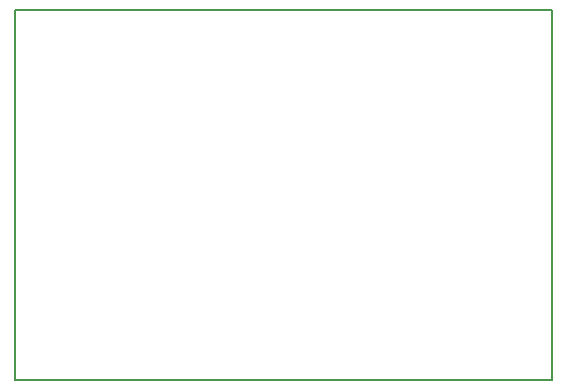
<source format=gm1>
G04 MADE WITH FRITZING*
G04 WWW.FRITZING.ORG*
G04 SINGLE SIDED*
G04 HOLES NOT PLATED*
G04 CONTOUR ON CENTER OF CONTOUR VECTOR*
%ASAXBY*%
%FSLAX23Y23*%
%MOIN*%
%OFA0B0*%
%SFA1.0B1.0*%
%ADD10R,1.799170X1.242500*%
%ADD11C,0.008000*%
%ADD10C,0.008*%
%LNCONTOUR*%
G90*
G70*
G54D10*
G54D11*
X4Y1239D02*
X1795Y1239D01*
X1795Y4D01*
X4Y4D01*
X4Y1239D01*
D02*
G04 End of contour*
M02*
</source>
